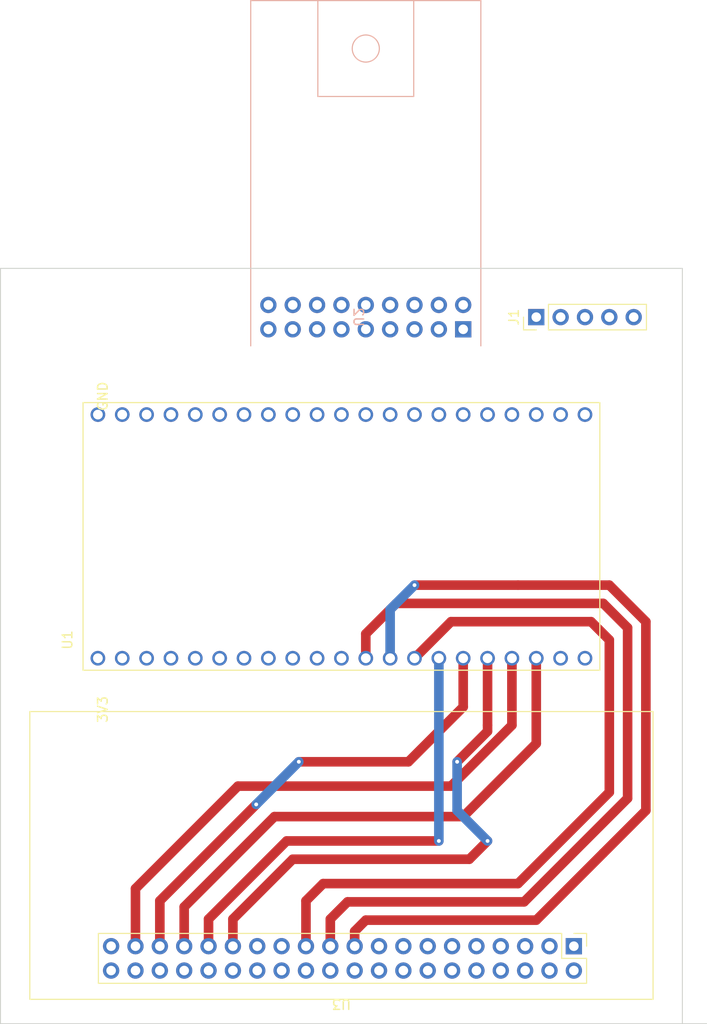
<source format=kicad_pcb>
(kicad_pcb (version 20211014) (generator pcbnew)
  (layers (0 "F.Cu" signal) (31 "B.Cu" signal) (34 "B.Paste" user) (35 "F.Paste" user) (36 "B.SilkS" user "B.Silkscreen") (37 "F.SilkS" user "F.Silkscreen") (38 "B.Mask" user) (39 "F.Mask" user) (44 "Edge.Cuts" user))
  (net 0 "")
  (net 2 "/DC")
  (net 3 "/RST")
  (net 4 "/KEY1")
  (net 5 "+3.3V")
  (net 6 "/XCLK")
  (net 7 "/PCLK")
  (net 8 "+5V")
  (net 9 "/HREF")
  (net 10 "/VSYNC")
  (net 11 "/SDA")
  (net 12 "/SCL")
  (net 13 "/SPI_CS")
  (net 14 "/SPI_MOSI")
  (net 15 "/SPI_SCLK")
  (net 16 "/JOYSTICK_UP")
  (net 17 "/JOYSTICK_DOWN")
  (net 18 "/JOYSTICK_LEFT")
  (net 19 "/JOYSTICK_RIGHT")
  (net 20 "/JOYSTICK_PRESS")
  (net 21 "Net-(J1-Pad1)")
  (net 22 "Net-(J1-Pad2)")
  (net 23 "Net-(J1-Pad3)")
  (net 24 "Net-(J1-Pad4)")
  (net 25 "Net-(J1-Pad5)")
  (net 26 "/KEY3")
  (net 27 "/KEY2")
  (net 28 "/D2")
  (net 29 "/D3")
  (net 30 "/D4")
  (net 31 "/D5")
  (net 32 "/D6")
  (net 33 "/D7")
  (net 34 "/D8")
  (net 35 "/D9")
  (net 38 "GND")
  (net 44 "Net-(U3-Pad1)")
  (net 45 "Net-(U3-Pad2)")
  (footprint "SeedSigner:WAVESHARE_LCD_BUTTON" (layer "F.Cu") (at 162.56 124.46 180)
    (fp_text reference "U3" (at 0 -0.5 180 unlocked) (layer "F.SilkS"))
    (fp_text value "RASPBERRY_PI_3_MODEL_B+")
    (fp_line (start -22.97 4.27) (end -25.57 4.27) (layer "F.SilkS") (width 0.12))
    (fp_line (start -32.5 0) (end -32.5 30) (layer "F.SilkS") (width 0.12))
    (fp_line (start -24.24 6.87) (end -25.57 6.87) (layer "F.SilkS") (width 0.12))
    (fp_line (start -32.5 30) (end 32.5 30) (layer "F.SilkS") (width 0.12))
    (fp_line (start -22.97 6.87) (end 25.35 6.87) (layer "F.SilkS") (width 0.12))
    (fp_line (start -25.57 1.67) (end 25.35 1.67) (layer "F.SilkS") (width 0.12))
    (fp_line (start 32.5 30) (end 32.5 0) (layer "F.SilkS") (width 0.12))
    (fp_line (start -22.97 6.87) (end -22.97 4.27) (layer "F.SilkS") (width 0.12))
    (fp_line (start 32.5 0) (end -32.5 0) (layer "F.SilkS") (width 0.12))
    (fp_line (start 25.35 6.87) (end 25.35 1.67) (layer "F.SilkS") (width 0.12))
    (fp_line (start -25.57 6.87) (end -25.57 5.54) (layer "F.SilkS") (width 0.12))
    (fp_line (start -25.57 4.27) (end -25.57 1.67) (layer "F.SilkS") (width 0.12))
    (pad "1" thru_hole rect (at -24.24 5.54 270) (size 1.7 1.7) (drill 1) (layers *.Cu *.Mask) (net 44 "Net-(U3-Pad1)"))
    (pad "2" thru_hole oval (at -24.24 3 270) (size 1.7 1.7) (drill 1) (layers *.Cu *.Mask) (net 45 "Net-(U3-Pad2)"))
    (pad "3" thru_hole oval (at -21.7 5.54 270) (size 1.7 1.7) (drill 1) (layers *.Cu *.Mask))
    (pad "4" thru_hole oval (at -21.7 3 270) (size 1.7 1.7) (drill 1) (layers *.Cu *.Mask) (net 45 "Net-(U3-Pad2)"))
    (pad "5" thru_hole oval (at -19.16 5.54 270) (size 1.7 1.7) (drill 1) (layers *.Cu *.Mask))
    (pad "6" thru_hole oval (at -19.16 3 270) (size 1.7 1.7) (drill 1) (layers *.Cu *.Mask) (net 38 "GND"))
    (pad "7" thru_hole oval (at -16.62 5.54 270) (size 1.7 1.7) (drill 1) (layers *.Cu *.Mask))
    (pad "8" thru_hole oval (at -16.62 3 270) (size 1.7 1.7) (drill 1) (layers *.Cu *.Mask))
    (pad "9" thru_hole oval (at -14.08 5.54 270) (size 1.7 1.7) (drill 1) (layers *.Cu *.Mask) (net 38 "GND"))
    (pad "10" thru_hole oval (at -14.08 3 270) (size 1.7 1.7) (drill 1) (layers *.Cu *.Mask))
    (pad "11" thru_hole oval (at -11.54 5.54 270) (size 1.7 1.7) (drill 1) (layers *.Cu *.Mask) (net 3 "/RST"))
    (pad "12" thru_hole oval (at -11.54 3 270) (size 1.7 1.7) (drill 1) (layers *.Cu *.Mask))
    (pad "13" thru_hole oval (at -9 5.54 270) (size 1.7 1.7) (drill 1) (layers *.Cu *.Mask))
    (pad "14" thru_hole oval (at -9 3 270) (size 1.7 1.7) (drill 1) (layers *.Cu *.Mask) (net 38 "GND"))
    (pad "15" thru_hole oval (at -6.46 5.54 270) (size 1.7 1.7) (drill 1) (layers *.Cu *.Mask))
    (pad "16" thru_hole oval (at -6.46 3 270) (size 1.7 1.7) (drill 1) (layers *.Cu *.Mask))
    (pad "17" thru_hole oval (at -3.92 5.54 270) (size 1.7 1.7) (drill 1) (layers *.Cu *.Mask) (net 44 "Net-(U3-Pad1)"))
    (pad "18" thru_hole oval (at -3.92 3 270) (size 1.7 1.7) (drill 1) (layers *.Cu *.Mask))
    (pad "19" thru_hole oval (at -1.38 5.54 270) (size 1.7 1.7) (drill 1) (layers *.Cu *.Mask) (net 14 "/SPI_MOSI"))
    (pad "20" thru_hole oval (at -1.38 3 90) (size 1.7 1.7) (drill 1) (layers *.Cu *.Mask) (net 38 "GND"))
    (pad "21" thru_hole oval (at 1.16 5.54 270) (size 1.7 1.7) (drill 1) (layers *.Cu *.Mask) (net 13 "/SPI_CS"))
    (pad "22" thru_hole oval (at 1.16 3 270) (size 1.7 1.7) (drill 1) (layers *.Cu *.Mask) (net 2 "/DC"))
    (pad "23" thru_hole oval (at 3.7 5.54 270) (size 1.7 1.7) (drill 1) (layers *.Cu *.Mask) (net 15 "/SPI_SCLK"))
    (pad "24" thru_hole oval (at 3.7 3 270) (size 1.7 1.7) (drill 1) (layers *.Cu *.Mask))
    (pad "25" thru_hole oval (at 6.24 5.54 270) (size 1.7 1.7) (drill 1) (layers *.Cu *.Mask) (net 38 "GND"))
    (pad "26" thru_hole oval (at 6.24 3 270) (size 1.7 1.7) (drill 1) (layers *.Cu *.Mask))
    (pad "27" thru_hole oval (at 8.78 5.54 270) (size 1.7 1.7) (drill 1) (layers *.Cu *.Mask))
    (pad "28" thru_hole oval (at 8.78 3 270) (size 1.7 1.7) (drill 1) (layers *.Cu *.Mask))
    (pad "29" thru_hole oval (at 11.32 5.54 270) (size 1.7 1.7) (drill 1) (layers *.Cu *.Mask) (net 18 "/JOYSTICK_LEFT"))
    (pad "30" thru_hole oval (at 11.32 3 270) (size 1.7 1.7) (drill 1) (layers *.Cu *.Mask) (net 38 "GND"))
    (pad "31" thru_hole oval (at 13.86 5.54 270) (size 1.7 1.7) (drill 1) (layers *.Cu *.Mask) (net 16 "/JOYSTICK_UP"))
    (pad "32" thru_hole oval (at 13.86 3 270) (size 1.7 1.7) (drill 1) (layers *.Cu *.Mask))
    (pad "33" thru_hole oval (at 16.4 5.54 270) (size 1.7 1.7) (drill 1) (layers *.Cu *.Mask) (net 20 "/JOYSTICK_PRESS"))
    (pad "34" thru_hole oval (at 16.4 3 270) (size 1.7 1.7) (drill 1) (layers *.Cu *.Mask) (net 38 "GND"))
    (pad "35" thru_hole oval (at 18.94 5.54 270) (size 1.7 1.7) (drill 1) (layers *.Cu *.Mask) (net 17 "/JOYSTICK_DOWN"))
    (pad "36" thru_hole oval (at 18.94 3 270) (size 1.7 1.7) (drill 1) (layers *.Cu *.Mask))
    (pad "37" thru_hole oval (at 21.48 5.54 270) (size 1.7 1.7) (drill 1) (layers *.Cu *.Mask) (net 19 "/JOYSTICK_RIGHT"))
    (pad "38" thru_hole oval (at 21.48 3 270) (size 1.7 1.7) (drill 1) (layers *.Cu *.Mask))
    (pad "39" thru_hole oval (at 24.02 5.54 270) (size 1.7 1.7) (drill 1) (layers *.Cu *.Mask) (net 38 "GND"))
    (pad "40" thru_hole oval (at 24.02 3 270) (size 1.7 1.7) (drill 1) (layers *.Cu *.Mask))
  )
  (footprint "Connector_PinHeader_2.54mm:PinHeader_1x05_P2.54mm_Vertical" (layer "F.Cu") (at 182.88 53.34 90)
    (fp_text reference "J1" (at 0 -2.33 90) (layer "F.SilkS"))
    (fp_text value "Conn_01x05")
    (fp_line (start 1.33 1.27) (end 1.33 11.49) (layer "F.SilkS") (width 0.12))
    (fp_line (start -1.33 11.49) (end 1.33 11.49) (layer "F.SilkS") (width 0.12))
    (fp_line (start -1.33 1.27) (end -1.33 11.49) (layer "F.SilkS") (width 0.12))
    (fp_line (start -1.33 0) (end -1.33 -1.33) (layer "F.SilkS") (width 0.12))
    (fp_line (start -1.33 1.27) (end 1.33 1.27) (layer "F.SilkS") (width 0.12))
    (fp_line (start -1.33 -1.33) (end 0 -1.33) (layer "F.SilkS") (width 0.12))
    (pad "1" thru_hole rect (at 0 0 90) (size 1.7 1.7) (drill 1) (layers *.Cu *.Mask) (net 21 "Net-(J1-Pad1)"))
    (pad "2" thru_hole oval (at 0 2.54 90) (size 1.7 1.7) (drill 1) (layers *.Cu *.Mask) (net 22 "Net-(J1-Pad2)"))
    (pad "3" thru_hole oval (at 0 5.08 90) (size 1.7 1.7) (drill 1) (layers *.Cu *.Mask) (net 23 "Net-(J1-Pad3)"))
    (pad "4" thru_hole oval (at 0 7.62 90) (size 1.7 1.7) (drill 1) (layers *.Cu *.Mask) (net 24 "Net-(J1-Pad4)"))
    (pad "5" thru_hole oval (at 0 10.16 90) (size 1.7 1.7) (drill 1) (layers *.Cu *.Mask) (net 25 "Net-(J1-Pad5)"))
  )
  (footprint "SeedSigner:MODULE_ESP32-S2-SAOLA-1M" (layer "F.Cu") (at 162.56 76.2 90)
    (fp_text reference "U1" (at -10.795 -28.575 90) (layer "F.SilkS"))
    (fp_text value "ESP32-S2-SAOLA-1M")
    (fp_text user "3V3" (at -18.034 -24.892 90) (layer "F.SilkS"))
    (fp_text user "GND" (at 14.605 -24.892 90) (layer "F.SilkS"))
    (fp_line (start 13.95 26.95) (end -13.95 26.95) (layer "F.SilkS") (width 0.127))
    (fp_line (start 13.95 -26.95) (end 13.95 26.95) (layer "F.SilkS") (width 0.127))
    (fp_line (start -13.95 -26.95) (end 13.95 -26.95) (layer "F.SilkS") (width 0.127))
    (fp_line (start -13.95 26.95) (end -13.95 -26.95) (layer "F.SilkS") (width 0.127))
    (pad "0" thru_hole circle (at -12.7 -22.86 90) (size 1.53 1.53) (drill 1.02) (layers *.Cu *.Mask))
    (pad "1" thru_hole circle (at -12.7 -20.32 90) (size 1.53 1.53) (drill 1.02) (layers *.Cu *.Mask) (net 2 "/DC"))
    (pad "2" thru_hole circle (at -12.7 -17.78 90) (size 1.53 1.53) (drill 1.02) (layers *.Cu *.Mask) (net 3 "/RST"))
    (pad "3" thru_hole circle (at -12.7 -15.24 90) (size 1.53 1.53) (drill 1.02) (layers *.Cu *.Mask) (net 4 "/KEY1"))
    (pad "3V3" thru_hole circle (at -12.7 -25.4 90) (size 1.53 1.53) (drill 1.02) (layers *.Cu *.Mask) (net 5 "+3.3V"))
    (pad "4" thru_hole circle (at -12.7 -12.7 90) (size 1.53 1.53) (drill 1.02) (layers *.Cu *.Mask) (net 6 "/XCLK"))
    (pad "5" thru_hole circle (at -12.7 -10.16 90) (size 1.53 1.53) (drill 1.02) (layers *.Cu *.Mask) (net 7 "/PCLK"))
    (pad "5V" thru_hole circle (at -12.7 22.86 90) (size 1.53 1.53) (drill 1.02) (layers *.Cu *.Mask) (net 8 "+5V"))
    (pad "6" thru_hole circle (at -12.7 -7.62 90) (size 1.53 1.53) (drill 1.02) (layers *.Cu *.Mask) (net 9 "/HREF"))
    (pad "7" thru_hole circle (at -12.7 -5.08 90) (size 1.53 1.53) (drill 1.02) (layers *.Cu *.Mask) (net 10 "/VSYNC"))
    (pad "8" thru_hole circle (at -12.7 -2.54 90) (size 1.53 1.53) (drill 1.02) (layers *.Cu *.Mask) (net 11 "/SDA"))
    (pad "9" thru_hole circle (at -12.7 0 90) (size 1.53 1.53) (drill 1.02) (layers *.Cu *.Mask) (net 12 "/SCL"))
    (pad "10" thru_hole circle (at -12.7 2.54 90) (size 1.53 1.53) (drill 1.02) (layers *.Cu *.Mask) (net 13 "/SPI_CS"))
    (pad "11" thru_hole circle (at -12.7 5.08 90) (size 1.53 1.53) (drill 1.02) (layers *.Cu *.Mask) (net 14 "/SPI_MOSI"))
    (pad "12" thru_hole circle (at -12.7 7.62 90) (size 1.53 1.53) (drill 1.02) (layers *.Cu *.Mask) (net 15 "/SPI_SCLK"))
    (pad "13" thru_hole circle (at -12.7 10.16 90) (size 1.53 1.53) (drill 1.02) (layers *.Cu *.Mask) (net 16 "/JOYSTICK_UP"))
    (pad "14" thru_hole circle (at -12.7 12.7 90) (size 1.53 1.53) (drill 1.02) (layers *.Cu *.Mask) (net 17 "/JOYSTICK_DOWN"))
    (pad "15" thru_hole circle (at -12.7 15.24 90) (size 1.53 1.53) (drill 1.02) (layers *.Cu *.Mask) (net 18 "/JOYSTICK_LEFT"))
    (pad "16" thru_hole circle (at -12.7 17.78 90) (size 1.53 1.53) (drill 1.02) (layers *.Cu *.Mask) (net 19 "/JOYSTICK_RIGHT"))
    (pad "17" thru_hole circle (at -12.7 20.32 90) (size 1.53 1.53) (drill 1.02) (layers *.Cu *.Mask) (net 20 "/JOYSTICK_PRESS"))
    (pad "18" thru_hole circle (at 12.7 25.4 90) (size 1.53 1.53) (drill 1.02) (layers *.Cu *.Mask) (net 25 "Net-(J1-Pad5)"))
    (pad "19" thru_hole circle (at 12.7 22.86 90) (size 1.53 1.53) (drill 1.02) (layers *.Cu *.Mask) (net 24 "Net-(J1-Pad4)"))
    (pad "20" thru_hole circle (at 12.7 20.32 90) (size 1.53 1.53) (drill 1.02) (layers *.Cu *.Mask) (net 23 "Net-(J1-Pad3)"))
    (pad "21" thru_hole circle (at 12.7 17.78 90) (size 1.53 1.53) (drill 1.02) (layers *.Cu *.Mask) (net 22 "Net-(J1-Pad2)"))
    (pad "26" thru_hole circle (at 12.7 15.24 90) (size 1.53 1.53) (drill 1.02) (layers *.Cu *.Mask) (net 21 "Net-(J1-Pad1)"))
    (pad "33" thru_hole circle (at 12.7 12.7 90) (size 1.53 1.53) (drill 1.02) (layers *.Cu *.Mask) (net 26 "/KEY3"))
    (pad "34" thru_hole circle (at 12.7 10.16 90) (size 1.53 1.53) (drill 1.02) (layers *.Cu *.Mask) (net 27 "/KEY2"))
    (pad "35" thru_hole circle (at 12.7 7.62 90) (size 1.53 1.53) (drill 1.02) (layers *.Cu *.Mask) (net 28 "/D2"))
    (pad "36" thru_hole circle (at 12.7 5.08 90) (size 1.53 1.53) (drill 1.02) (layers *.Cu *.Mask) (net 29 "/D3"))
    (pad "37" thru_hole circle (at 12.7 2.54 90) (size 1.53 1.53) (drill 1.02) (layers *.Cu *.Mask) (net 30 "/D4"))
    (pad "38" thru_hole circle (at 12.7 0 90) (size 1.53 1.53) (drill 1.02) (layers *.Cu *.Mask) (net 31 "/D5"))
    (pad "39" thru_hole circle (at 12.7 -2.54 90) (size 1.53 1.53) (drill 1.02) (layers *.Cu *.Mask) (net 32 "/D6"))
    (pad "40" thru_hole circle (at 12.7 -5.08 90) (size 1.53 1.53) (drill 1.02) (layers *.Cu *.Mask) (net 33 "/D7"))
    (pad "41" thru_hole circle (at 12.7 -7.62 90) (size 1.53 1.53) (drill 1.02) (layers *.Cu *.Mask) (net 34 "/D8"))
    (pad "42" thru_hole circle (at 12.7 -10.16 90) (size 1.53 1.53) (drill 1.02) (layers *.Cu *.Mask) (net 35 "/D9"))
    (pad "45" thru_hole circle (at 12.7 -17.78 90) (size 1.53 1.53) (drill 1.02) (layers *.Cu *.Mask))
    (pad "46" thru_hole circle (at 12.7 -20.32 90) (size 1.53 1.53) (drill 1.02) (layers *.Cu *.Mask))
    (pad "GND_1" thru_hole circle (at -12.7 25.4 90) (size 1.53 1.53) (drill 1.02) (layers *.Cu *.Mask) (net 38 "GND"))
    (pad "GND_2" thru_hole circle (at 12.7 -25.4 90) (size 1.53 1.53) (drill 1.02) (layers *.Cu *.Mask) (net 38 "GND"))
    (pad "RST" thru_hole circle (at 12.7 -22.86 90) (size 1.53 1.53) (drill 1.02) (layers *.Cu *.Mask))
    (pad "RX" thru_hole circle (at 12.7 -15.24 90) (size 1.53 1.53) (drill 1.02) (layers *.Cu *.Mask))
    (pad "TX" thru_hole circle (at 12.7 -12.7 90) (size 1.53 1.53) (drill 1.02) (layers *.Cu *.Mask))
  )
  (footprint "SeedSigner:OV_Camera" (layer "B.Cu") (at 165.1 53.34 90)
    (fp_text reference "U2" (at 0 -0.77 270 unlocked) (layer "B.SilkS") (effects (justify mirror)))
    (fp_text value "OV_CAMERA")
    (fp_line (start 33 5) (end 23 5) (layer "B.SilkS") (width 0.12))
    (fp_line (start -3 12) (end 33 12) (layer "B.SilkS") (width 0.12))
    (fp_line (start -3 -12) (end 33 -12) (layer "B.SilkS") (width 0.12))
    (fp_line (start 33 -12) (end 33 12) (layer "B.SilkS") (width 0.12))
    (fp_line (start 23 5) (end 23 -5) (layer "B.SilkS") (width 0.12))
    (fp_line (start 23 -5) (end 33 -5) (layer "B.SilkS") (width 0.12))
    (fp_circle (center 28 0) (end 29 1) (layer "B.SilkS") (width 0.12) (fill none))
    (pad "1" thru_hole rect (at -1.27 10.16 90) (size 1.7 1.7) (drill 1) (layers *.Cu *.Mask) (net 5 "+3.3V"))
    (pad "2" thru_hole oval (at 1.27 10.16 90) (size 1.7 1.7) (drill 1) (layers *.Cu *.Mask) (net 38 "GND"))
    (pad "3" thru_hole oval (at -1.27 7.62 90) (size 1.7 1.7) (drill 1) (layers *.Cu *.Mask) (net 12 "/SCL"))
    (pad "4" thru_hole oval (at 1.27 7.62 90) (size 1.7 1.7) (drill 1) (layers *.Cu *.Mask) (net 11 "/SDA"))
    (pad "5" thru_hole oval (at -1.27 5.08 90) (size 1.7 1.7) (drill 1) (layers *.Cu *.Mask) (net 10 "/VSYNC"))
    (pad "6" thru_hole oval (at 1.27 5.08 90) (size 1.7 1.7) (drill 1) (layers *.Cu *.Mask) (net 9 "/HREF"))
    (pad "7" thru_hole oval (at -1.27 2.54 90) (size 1.7 1.7) (drill 1) (layers *.Cu *.Mask) (net 7 "/PCLK"))
    (pad "8" thru_hole oval (at 1.27 2.54 90) (size 1.7 1.7) (drill 1) (layers *.Cu *.Mask) (net 6 "/XCLK"))
    (pad "9" thru_hole oval (at -1.27 0 90) (size 1.7 1.7) (drill 1) (layers *.Cu *.Mask) (net 35 "/D9"))
    (pad "10" thru_hole oval (at 1.27 0 90) (size 1.7 1.7) (drill 1) (layers *.Cu *.Mask) (net 34 "/D8"))
    (pad "11" thru_hole oval (at -1.27 -2.54 90) (size 1.7 1.7) (drill 1) (layers *.Cu *.Mask) (net 33 "/D7"))
    (pad "12" thru_hole oval (at 1.27 -2.54 90) (size 1.7 1.7) (drill 1) (layers *.Cu *.Mask) (net 32 "/D6"))
    (pad "13" thru_hole oval (at -1.27 -5.08 90) (size 1.7 1.7) (drill 1) (layers *.Cu *.Mask) (net 31 "/D5"))
    (pad "14" thru_hole oval (at 1.27 -5.08 90) (size 1.7 1.7) (drill 1) (layers *.Cu *.Mask) (net 30 "/D4"))
    (pad "15" thru_hole oval (at -1.27 -7.62 90) (size 1.7 1.7) (drill 1) (layers *.Cu *.Mask) (net 29 "/D3"))
    (pad "16" thru_hole oval (at 1.27 -7.62 90) (size 1.7 1.7) (drill 1) (layers *.Cu *.Mask) (net 28 "/D2"))
    (pad "17" thru_hole oval (at -1.27 -10.16 90) (size 1.7 1.7) (drill 1) (layers *.Cu *.Mask))
    (pad "18" thru_hole oval (at 1.27 -10.16 90) (size 1.7 1.7) (drill 1) (layers *.Cu *.Mask))
  )
  (gr_line (start 127 127) (end 200.66 127) (layer "Edge.Cuts") (width 0.1))
  (gr_line (start 198.12 48.26) (end 127 48.26) (layer "Edge.Cuts") (width 0.1))
  (gr_line (start 127 48.26) (end 127 127) (layer "Edge.Cuts") (width 0.1))
  (gr_line (start 198.12 127) (end 198.12 48.26) (layer "Edge.Cuts") (width 0.1))
  (segment (start 181.61 114.3) (end 192.405 103.505) (width 1) (layer "F.Cu") (net 13))
  (segment (start 189.865 83.185) (end 168.275 83.185) (width 1) (layer "F.Cu") (net 13))
  (segment (start 161.4 118.92) (end 161.4 116.095) (width 1) (layer "F.Cu") (net 13))
  (segment (start 161.4 116.095) (end 163.195 114.3) (width 1) (layer "F.Cu") (net 13))
  (segment (start 163.195 114.3) (end 181.61 114.3) (width 1) (layer "F.Cu") (net 13))
  (segment (start 192.405 103.505) (end 192.405 85.725) (width 1) (layer "F.Cu") (net 13))
  (segment (start 168.275 83.185) (end 165.1 86.36) (width 1) (layer "F.Cu") (net 13))
  (segment (start 192.405 85.725) (end 189.865 83.185) (width 1) (layer "F.Cu") (net 13))
  (segment (start 165.1 86.36) (end 165.1 88.9) (width 1) (layer "F.Cu") (net 13))
  (segment (start 190.5 81.28) (end 180.975 81.28) (width 1) (layer "F.Cu") (net 14))
  (segment (start 194.31 104.775) (end 194.31 85.09) (width 1) (layer "F.Cu") (net 14))
  (segment (start 163.94 118.92) (end 163.94 117.365) (width 1) (layer "F.Cu") (net 14))
  (segment (start 163.94 117.365) (end 165.1 116.205) (width 1) (layer "F.Cu") (net 14))
  (segment (start 189.865 109.22) (end 194.31 104.775) (width 1) (layer "F.Cu") (net 14))
  (segment (start 165.1 116.205) (end 182.88 116.205) (width 1) (layer "F.Cu") (net 14))
  (segment (start 194.31 85.09) (end 190.5 81.28) (width 1) (layer "F.Cu") (net 14))
  (segment (start 180.975 81.28) (end 170.18 81.28) (width 1) (layer "F.Cu") (net 14))
  (segment (start 182.88 116.205) (end 189.865 109.22) (width 1) (layer "F.Cu") (net 14))
  (via (at 170.18 81.28) (size 0.8) (drill 0.4) (layers "F.Cu" "B.Cu") (net 14))
  (segment (start 167.64 83.82) (end 170.18 81.28) (width 1) (layer "B.Cu") (net 14))
  (segment (start 167.64 88.9) (end 167.64 83.82) (width 1) (layer "B.Cu") (net 14))
  (segment (start 190.5 102.87) (end 190.5 86.995) (width 1) (layer "F.Cu") (net 15))
  (segment (start 173.99 85.09) (end 170.18 88.9) (width 1) (layer "F.Cu") (net 15))
  (segment (start 160.655 112.395) (end 180.975 112.395) (width 1) (layer "F.Cu") (net 15))
  (segment (start 158.86 114.19) (end 160.655 112.395) (width 1) (layer "F.Cu") (net 15))
  (segment (start 188.595 85.09) (end 173.99 85.09) (width 1) (layer "F.Cu") (net 15))
  (segment (start 180.975 112.395) (end 190.5 102.87) (width 1) (layer "F.Cu") (net 15))
  (segment (start 190.5 86.995) (end 188.595 85.09) (width 1) (layer "F.Cu") (net 15))
  (segment (start 158.86 118.92) (end 158.86 114.19) (width 1) (layer "F.Cu") (net 15))
  (segment (start 148.7 116.095) (end 156.845 107.95) (width 1) (layer "F.Cu") (net 16))
  (segment (start 156.845 107.95) (end 172.72 107.95) (width 1) (layer "F.Cu") (net 16))
  (segment (start 148.7 118.92) (end 148.7 116.095) (width 1) (layer "F.Cu") (net 16))
  (via (at 172.72 107.95) (size 0.8) (drill 0.4) (layers "F.Cu" "B.Cu") (net 16))
  (segment (start 172.72 88.9) (end 172.72 107.95) (width 1) (layer "B.Cu") (net 16))
  (segment (start 158.115 99.695) (end 169.545 99.695) (width 1) (layer "F.Cu") (net 17))
  (segment (start 143.62 114.19) (end 153.67 104.14) (width 1) (layer "F.Cu") (net 17))
  (segment (start 143.62 118.92) (end 143.62 114.19) (width 1) (layer "F.Cu") (net 17))
  (segment (start 169.545 99.695) (end 175.26 93.98) (width 1) (layer "F.Cu") (net 17))
  (segment (start 175.26 93.98) (end 175.26 88.9) (width 1) (layer "F.Cu") (net 17))
  (via (at 153.67 104.14) (size 0.8) (drill 0.4) (layers "F.Cu" "B.Cu") (net 17))
  (via (at 158.115 99.695) (size 0.8) (drill 0.4) (layers "F.Cu" "B.Cu") (net 17))
  (segment (start 153.67 104.14) (end 158.115 99.695) (width 1) (layer "B.Cu") (net 17))
  (segment (start 177.8 95.885) (end 177.8 96.52) (width 1) (layer "F.Cu") (net 18))
  (segment (start 177.8 96.52) (end 174.625 99.695) (width 1) (layer "F.Cu") (net 18))
  (segment (start 151.24 118.92) (end 151.24 116.095) (width 1) (layer "F.Cu") (net 18))
  (segment (start 157.48 109.855) (end 175.895 109.855) (width 1) (layer "F.Cu") (net 18))
  (segment (start 177.8 88.9) (end 177.8 95.885) (width 1) (layer "F.Cu") (net 18))
  (segment (start 151.24 116.095) (end 157.48 109.855) (width 1) (layer "F.Cu") (net 18))
  (segment (start 175.895 109.855) (end 177.8 107.95) (width 1) (layer "F.Cu") (net 18))
  (via (at 174.625 99.695) (size 0.8) (drill 0.4) (layers "F.Cu" "B.Cu") (net 18))
  (via (at 177.8 107.95) (size 0.8) (drill 0.4) (layers "F.Cu" "B.Cu") (net 18))
  (segment (start 174.625 99.695) (end 174.625 104.775) (width 1) (layer "B.Cu") (net 18))
  (segment (start 174.625 104.775) (end 177.8 107.95) (width 1) (layer "B.Cu") (net 18))
  (segment (start 141.08 118.92) (end 141.08 112.92) (width 1) (layer "F.Cu") (net 19))
  (segment (start 180.34 95.885) (end 180.34 88.9) (width 1) (layer "F.Cu") (net 19))
  (segment (start 173.99 102.235) (end 180.34 95.885) (width 1) (layer "F.Cu") (net 19))
  (segment (start 151.765 102.235) (end 173.99 102.235) (width 1) (layer "F.Cu") (net 19))
  (segment (start 141.08 112.92) (end 151.765 102.235) (width 1) (layer "F.Cu") (net 19))
  (segment (start 146.16 114.825) (end 155.575 105.41) (width 1) (layer "F.Cu") (net 20))
  (segment (start 175.26 105.41) (end 182.88 97.79) (width 1) (layer "F.Cu") (net 20))
  (segment (start 146.16 118.92) (end 146.16 114.825) (width 1) (layer "F.Cu") (net 20))
  (segment (start 155.575 105.41) (end 175.26 105.41) (width 1) (layer "F.Cu") (net 20))
  (segment (start 182.88 97.79) (end 182.88 88.9) (width 1) (layer "F.Cu") (net 20))
)
</source>
